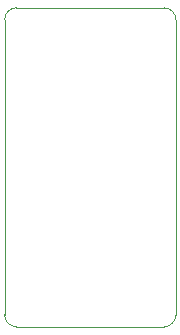
<source format=gbr>
%TF.GenerationSoftware,KiCad,Pcbnew,8.0.7*%
%TF.CreationDate,2025-04-20T00:47:18-04:00*%
%TF.ProjectId,1M_2F,314d5f32-462e-46b6-9963-61645f706362,rev?*%
%TF.SameCoordinates,Original*%
%TF.FileFunction,Profile,NP*%
%FSLAX46Y46*%
G04 Gerber Fmt 4.6, Leading zero omitted, Abs format (unit mm)*
G04 Created by KiCad (PCBNEW 8.0.7) date 2025-04-20 00:47:18*
%MOMM*%
%LPD*%
G01*
G04 APERTURE LIST*
%TA.AperFunction,Profile*%
%ADD10C,0.050000*%
%TD*%
G04 APERTURE END LIST*
D10*
X94000000Y-61000000D02*
G75*
G02*
X93000000Y-60000000I0J1000000D01*
G01*
X93000000Y-35000000D02*
G75*
G02*
X94000000Y-34000000I1000000J0D01*
G01*
X106500000Y-34000000D02*
G75*
G02*
X107500000Y-35000000I0J-1000000D01*
G01*
X93000000Y-60000000D02*
X93000000Y-35000000D01*
X107500000Y-35000000D02*
X107500000Y-60000000D01*
X107500000Y-60000000D02*
G75*
G02*
X106500000Y-61000000I-1000000J0D01*
G01*
X106500000Y-61000000D02*
X94000000Y-61000000D01*
X94000000Y-34000000D02*
X106500000Y-34000000D01*
M02*

</source>
